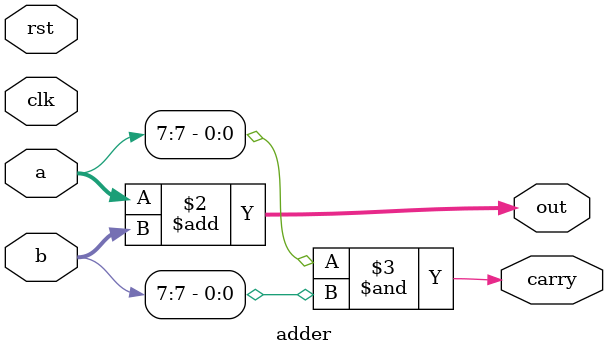
<source format=v>
module adder #(parameter width = 8)(
    input clk,  // clock
    input rst,  // reset
    input[width-1:0] a,
    input[width-1:0] b,
    output[width-1:0] out,
    output carry
  );

  /* Combinational Logic */
  always @* begin
    out = a+b;
    carry = a[width-1] & b[width-1];
  end
  
  
endmodule

</source>
